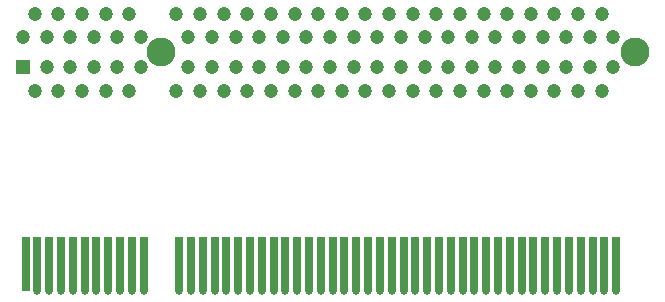
<source format=gbs>
G04 (created by PCBNEW (2013-07-07 BZR 4022)-stable) date 03/11/2015 04:39:32 PM*
%MOIN*%
G04 Gerber Fmt 3.4, Leading zero omitted, Abs format*
%FSLAX34Y34*%
G01*
G70*
G90*
G04 APERTURE LIST*
%ADD10C,0.00590551*%
%ADD11R,0.0256X0.1811*%
%ADD12R,0.0256X0.1417*%
%ADD13O,0.0256X0.0256*%
%ADD14C,0.0964567*%
%ADD15R,0.0472441X0.0472441*%
%ADD16C,0.0472441*%
G04 APERTURE END LIST*
G54D10*
G54D11*
X68792Y-72824D03*
X69186Y-72824D03*
X69579Y-72824D03*
X69973Y-72824D03*
X70367Y-72824D03*
X70760Y-72824D03*
X71154Y-72824D03*
X71548Y-72824D03*
X71941Y-72824D03*
X72335Y-72824D03*
X72729Y-72824D03*
X74697Y-72824D03*
X75091Y-72824D03*
X75485Y-72824D03*
G54D12*
X75878Y-72627D03*
G54D11*
X76272Y-72824D03*
X73910Y-72824D03*
X74304Y-72824D03*
G54D12*
X68792Y-72627D03*
G54D11*
X69186Y-72824D03*
X69579Y-72824D03*
X69973Y-72824D03*
X70367Y-72824D03*
X70760Y-72824D03*
X71154Y-72824D03*
X71548Y-72824D03*
X71941Y-72824D03*
X72335Y-72824D03*
X72729Y-72824D03*
X74697Y-72824D03*
X75091Y-72824D03*
X75485Y-72824D03*
X75878Y-72824D03*
X76272Y-72824D03*
X73910Y-72824D03*
X74304Y-72824D03*
G54D13*
X69973Y-73730D03*
X70367Y-73730D03*
X70760Y-73730D03*
X71154Y-73730D03*
X71548Y-73730D03*
X71941Y-73730D03*
X72335Y-73730D03*
X74697Y-73730D03*
X75091Y-73730D03*
X69579Y-73730D03*
X74304Y-73730D03*
X75485Y-73730D03*
X72729Y-73730D03*
X73910Y-73730D03*
X75878Y-73730D03*
X76272Y-73730D03*
X69186Y-73730D03*
G54D11*
X76666Y-72824D03*
X76666Y-72824D03*
X77059Y-72824D03*
X77453Y-72824D03*
X77847Y-72824D03*
X78240Y-72824D03*
X78634Y-72824D03*
X79028Y-72824D03*
X79422Y-72824D03*
X79815Y-72824D03*
X80209Y-72824D03*
X80603Y-72824D03*
X80996Y-72824D03*
X81390Y-72824D03*
X81784Y-72824D03*
X82177Y-72824D03*
X82571Y-72824D03*
X82965Y-72824D03*
X83359Y-72824D03*
X83752Y-72824D03*
X84146Y-72824D03*
X84540Y-72824D03*
X84933Y-72824D03*
X85327Y-72824D03*
X85721Y-72824D03*
X86114Y-72824D03*
X86508Y-72824D03*
X86902Y-72824D03*
X87296Y-72824D03*
X87689Y-72824D03*
X88083Y-72824D03*
X88477Y-72824D03*
X77059Y-72824D03*
X77453Y-72824D03*
X77847Y-72824D03*
X78240Y-72824D03*
X78634Y-72824D03*
X79028Y-72824D03*
X79422Y-72824D03*
X79815Y-72824D03*
X80209Y-72824D03*
X80603Y-72824D03*
X80996Y-72824D03*
G54D12*
X81390Y-72627D03*
G54D11*
X81784Y-72824D03*
X82177Y-72824D03*
X82571Y-72824D03*
X82965Y-72824D03*
X83359Y-72824D03*
X83752Y-72824D03*
X84146Y-72824D03*
X84540Y-72824D03*
X84933Y-72824D03*
X85327Y-72824D03*
X85721Y-72824D03*
X86114Y-72824D03*
X86508Y-72824D03*
X86902Y-72824D03*
X87296Y-72824D03*
X87689Y-72824D03*
G54D12*
X88083Y-72627D03*
G54D11*
X88477Y-72824D03*
G54D13*
X76666Y-73730D03*
X77059Y-73730D03*
X77453Y-73730D03*
X77847Y-73730D03*
X78240Y-73730D03*
X78634Y-73730D03*
X79028Y-73730D03*
X79422Y-73730D03*
X86508Y-73730D03*
X79815Y-73730D03*
X80209Y-73730D03*
X80603Y-73730D03*
X80996Y-73730D03*
X81784Y-73730D03*
X82177Y-73730D03*
X82571Y-73730D03*
X82965Y-73730D03*
X83359Y-73730D03*
X86902Y-73730D03*
X83752Y-73730D03*
X84146Y-73730D03*
X84540Y-73730D03*
X84933Y-73730D03*
X85327Y-73730D03*
X85721Y-73730D03*
X86114Y-73730D03*
X87296Y-73730D03*
X87689Y-73730D03*
X88477Y-73730D03*
X76666Y-73730D03*
X77059Y-73730D03*
X77453Y-73730D03*
X77847Y-73730D03*
X78240Y-73730D03*
X78634Y-73730D03*
X79028Y-73730D03*
X79422Y-73730D03*
X79815Y-73730D03*
X80209Y-73730D03*
X80603Y-73730D03*
X80996Y-73730D03*
X81390Y-73730D03*
X81784Y-73730D03*
X82177Y-73730D03*
X82571Y-73730D03*
X82965Y-73730D03*
X83359Y-73730D03*
X83752Y-73730D03*
X84146Y-73730D03*
X84540Y-73730D03*
X84933Y-73730D03*
X85327Y-73730D03*
X85721Y-73730D03*
X86114Y-73730D03*
X86508Y-73730D03*
X86902Y-73730D03*
X87296Y-73730D03*
X87689Y-73730D03*
X88083Y-73730D03*
X88477Y-73730D03*
G54D14*
X89097Y-65770D03*
X73290Y-65770D03*
G54D15*
X68703Y-66262D03*
G54D16*
X69097Y-67049D03*
X69490Y-66262D03*
X69884Y-67049D03*
X70278Y-66262D03*
X70671Y-67049D03*
X71065Y-66262D03*
X71459Y-67049D03*
X71852Y-66262D03*
X72246Y-67049D03*
X72640Y-66262D03*
X73821Y-67049D03*
X74215Y-66262D03*
X74608Y-67049D03*
X75002Y-66262D03*
X75396Y-67049D03*
X75790Y-66262D03*
X76183Y-67049D03*
X76577Y-66262D03*
X76971Y-67049D03*
X77364Y-66262D03*
X77758Y-67049D03*
X78152Y-66262D03*
X78545Y-67049D03*
X78939Y-66262D03*
X79333Y-67049D03*
X79727Y-66262D03*
X80120Y-67049D03*
X80514Y-66262D03*
X80908Y-67049D03*
X81301Y-66262D03*
X81695Y-67049D03*
X82089Y-66262D03*
X82482Y-67049D03*
X82876Y-66262D03*
X83270Y-67049D03*
X83664Y-66262D03*
X84057Y-67049D03*
X84451Y-66262D03*
X84845Y-67049D03*
X85238Y-66262D03*
X85632Y-67049D03*
X86026Y-66262D03*
X86419Y-67049D03*
X86813Y-66262D03*
X87207Y-67049D03*
X87601Y-66262D03*
X87994Y-67049D03*
X68703Y-65277D03*
X69097Y-64490D03*
X69490Y-65277D03*
X69884Y-64490D03*
X70278Y-65277D03*
X70671Y-64490D03*
X71065Y-65277D03*
X71459Y-64490D03*
X71852Y-65277D03*
X72246Y-64490D03*
X72640Y-65277D03*
X73821Y-64490D03*
X74215Y-65277D03*
X74608Y-64490D03*
X75002Y-65277D03*
X75396Y-64490D03*
X75790Y-65277D03*
X76183Y-64490D03*
X76577Y-65277D03*
X76971Y-64490D03*
X77364Y-65277D03*
X77758Y-64490D03*
X78152Y-65277D03*
X78545Y-64490D03*
X78939Y-65277D03*
X79333Y-64490D03*
X79727Y-65277D03*
X80120Y-64490D03*
X80514Y-65277D03*
X80908Y-64490D03*
X81301Y-65277D03*
X81695Y-64490D03*
X82089Y-65277D03*
X82482Y-64490D03*
X82876Y-65277D03*
X83270Y-64490D03*
X83664Y-65277D03*
X84057Y-64490D03*
X84451Y-65277D03*
X84845Y-64490D03*
X85238Y-65277D03*
X85632Y-64490D03*
X86026Y-65277D03*
X86419Y-64490D03*
X86813Y-65277D03*
X87207Y-64490D03*
X87601Y-65277D03*
X87994Y-64490D03*
X88388Y-66262D03*
X88388Y-65277D03*
M02*

</source>
